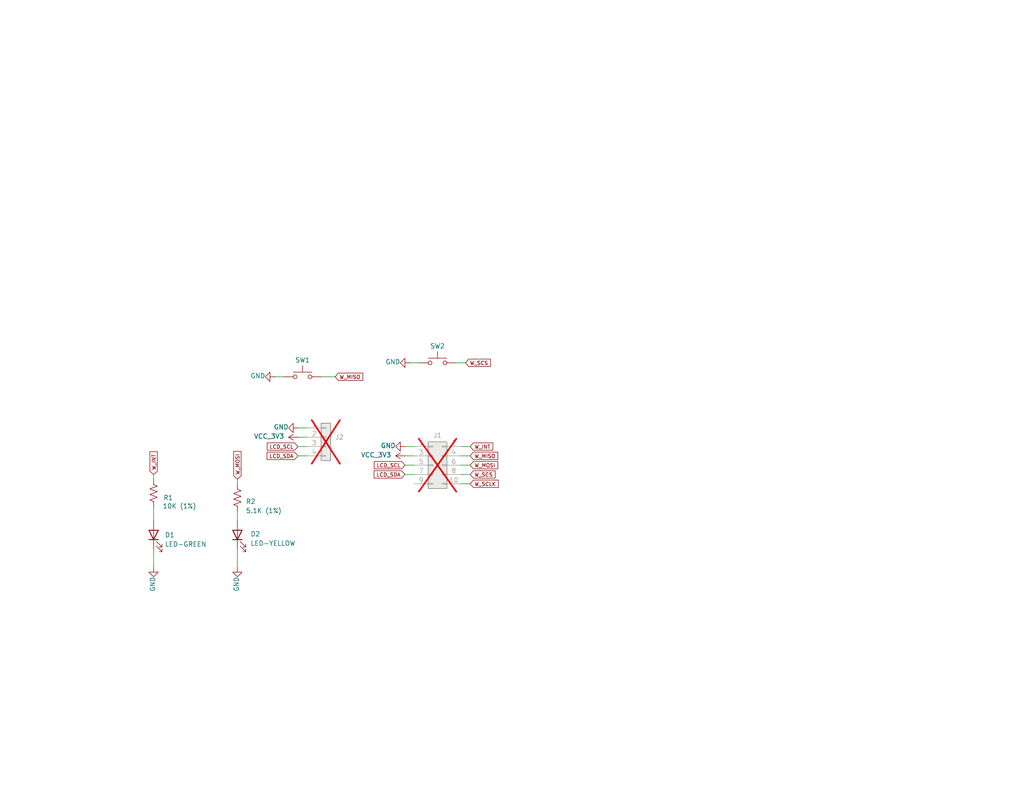
<source format=kicad_sch>
(kicad_sch (version 20231120) (generator "eeschema") (generator_version "8.0")
  (paper "USLetter")
  (lib_symbols
    (symbol "Connector_Generic:Conn_01x04" (pin_names (offset 1.016) hide)
      (property "Reference" "J" (at 0 5.08 0))
      (property "Value" "Conn_01x04" (at 0 -7.62 0))
      (symbol "Conn_01x04_1_1"
        (rectangle (start -1.27 -4.953) (end 0 -5.207) (stroke (width 0.1524)))
        (rectangle (start -1.27 -2.413) (end 0 -2.667) (stroke (width 0.1524)))
        (rectangle (start -1.27 0.127) (end 0 -0.127) (stroke (width 0.1524)))
        (rectangle (start -1.27 2.667) (end 0 2.413) (stroke (width 0.1524)))
        (rectangle (start -1.27 3.81) (end 1.27 -6.35) (stroke (width 0.254)) (fill (type background)))
        (pin passive line (at -5.08 2.54 0) (length 3.81) (name "Pin_1") (number "1"))
        (pin passive line (at -5.08 0 0) (length 3.81) (name "Pin_2") (number "2"))
        (pin passive line (at -5.08 -2.54 0) (length 3.81) (name "Pin_3") (number "3"))
        (pin passive line (at -5.08 -5.08 0) (length 3.81) (name "Pin_4") (number "4"))
      )
    )
    (symbol "Connector_Generic:Conn_02x05_Odd_Even" (pin_names (offset 1.016) hide)
      (property "Reference" "J" (at 1.27 7.62 0))
      (property "Value" "Conn_02x05_Odd_Even" (at 1.27 -7.62 0))
      (symbol "Conn_02x05_Odd_Even_1_1"
        (rectangle (start -1.27 -4.953) (end 0 -5.207) (stroke (width 0.1524)))
        (rectangle (start -1.27 -2.413) (end 0 -2.667) (stroke (width 0.1524)))
        (rectangle (start -1.27 0.127) (end 0 -0.127) (stroke (width 0.1524)))
        (rectangle (start -1.27 2.667) (end 0 2.413) (stroke (width 0.1524)))
        (rectangle (start -1.27 5.207) (end 0 4.953) (stroke (width 0.1524)))
        (rectangle (start -1.27 6.35) (end 3.81 -6.35) (stroke (width 0.254)) (fill (type background)))
        (rectangle (start 3.81 -4.953) (end 2.54 -5.207) (stroke (width 0.1524)))
        (rectangle (start 3.81 -2.413) (end 2.54 -2.667) (stroke (width 0.1524)))
        (rectangle (start 3.81 0.127) (end 2.54 -0.127) (stroke (width 0.1524)))
        (rectangle (start 3.81 2.667) (end 2.54 2.413) (stroke (width 0.1524)))
        (rectangle (start 3.81 5.207) (end 2.54 4.953) (stroke (width 0.1524)))
        (pin passive line (at -5.08 5.08 0) (length 3.81) (name "Pin_1") (number "1"))
        (pin passive line (at 7.62 -5.08 180) (length 3.81) (name "Pin_10") (number "10"))
        (pin passive line (at 7.62 5.08 180) (length 3.81) (name "Pin_2") (number "2"))
        (pin passive line (at -5.08 2.54 0) (length 3.81) (name "Pin_3") (number "3"))
        (pin passive line (at 7.62 2.54 180) (length 3.81) (name "Pin_4") (number "4"))
        (pin passive line (at -5.08 0 0) (length 3.81) (name "Pin_5") (number "5"))
        (pin passive line (at 7.62 0 180) (length 3.81) (name "Pin_6") (number "6"))
        (pin passive line (at -5.08 -2.54 0) (length 3.81) (name "Pin_7") (number "7"))
        (pin passive line (at 7.62 -2.54 180) (length 3.81) (name "Pin_8") (number "8"))
        (pin passive line (at -5.08 -5.08 0) (length 3.81) (name "Pin_9") (number "9"))
      )
    )
    (symbol "Device:LED" (pin_numbers hide) (pin_names (offset 1.016) hide)
      (property "Reference" "D" (at 0 2.54 0))
      (property "Value" "LED" (at 0 -2.54 0))
      (symbol "LED_0_1"
        (polyline (pts (xy -1.27 -1.27) (xy -1.27 1.27)) (stroke (width 0.254)))
        (polyline (pts (xy -1.27 0) (xy 1.27 0)))
        (polyline (pts (xy 1.27 -1.27) (xy 1.27 1.27) (xy -1.27 0) (xy 1.27 -1.27)) (stroke (width 0.254)))
        (polyline (pts (xy -3.048 -0.762) (xy -4.572 -2.286) (xy -3.81 -2.286) (xy -4.572 -2.286) (xy -4.572 -1.524)))
        (polyline (pts (xy -1.778 -0.762) (xy -3.302 -2.286) (xy -2.54 -2.286) (xy -3.302 -2.286) (xy -3.302 -1.524)))
      )
      (symbol "LED_1_1"
        (pin passive line (at -3.81 0 0) (length 2.54) (name "K") (number "1"))
        (pin passive line (at 3.81 0 180) (length 2.54) (name "A") (number "2"))
      )
    )
    (symbol "Device:R_US" (pin_numbers hide) (pin_names (offset 0))
      (property "Reference" "R" (at 2.54 0 90))
      (property "Value" "R_US" (at -2.54 0 90))
      (symbol "R_US_0_1"
        (polyline (pts (xy 0 -2.286) (xy 0 -2.54)))
        (polyline (pts (xy 0 2.286) (xy 0 2.54)))
        (polyline (pts (xy 0 -0.762) (xy 1.016 -1.143) (xy 0 -1.524) (xy -1.016 -1.905) (xy 0 -2.286)))
        (polyline (pts (xy 0 0.762) (xy 1.016 0.381) (xy 0 0) (xy -1.016 -0.381) (xy 0 -0.762)))
        (polyline (pts (xy 0 2.286) (xy 1.016 1.905) (xy 0 1.524) (xy -1.016 1.143) (xy 0 0.762)))
      )
      (symbol "R_US_1_1"
        (pin passive line (at 0 3.81 270) (length 1.27) (name "~") (number "1"))
        (pin passive line (at 0 -3.81 90) (length 1.27) (name "~") (number "2"))
      )
    )
    (symbol "Switch:SW_Push" (pin_numbers hide) (pin_names (offset 1.016) hide)
      (property "Reference" "SW" (at 1.27 2.54 0))
      (property "Value" "SW_Push" (at 0 -1.524 0))
      (symbol "SW_Push_0_1"
        (circle (center -2.032 0) (radius 0.508))
        (polyline (pts (xy 0 1.27) (xy 0 3.048)))
        (polyline (pts (xy 2.54 1.27) (xy -2.54 1.27)))
        (circle (center 2.032 0) (radius 0.508))
        (pin passive line (at -5.08 0 0) (length 2.54) (name "1") (number "1"))
        (pin passive line (at 5.08 0 180) (length 2.54) (name "2") (number "2"))
      )
    )
    (symbol "power:GND" (power) (pin_numbers hide) (pin_names (offset 0) hide)
      (property "Value" "GND" (at 0 -3.81 0))
      (symbol "GND_0_1"
        (polyline (pts (xy 0 0) (xy 0 -1.27) (xy 1.27 -1.27) (xy 0 -2.54) (xy -1.27 -1.27) (xy 0 -1.27)))
      )
      (symbol "GND_1_1"
        (pin power_in line (at 0 0 270) (length 0) (name "~") (number "1"))
      )
    )
    (symbol "power:VCC" (power) (pin_numbers hide) (pin_names (offset 0) hide)
      (property "Value" "VCC" (at 0 3.556 0))
      (symbol "VCC_0_1"
        (polyline (pts (xy -0.762 1.27) (xy 0 2.54)))
        (polyline (pts (xy 0 0) (xy 0 2.54)))
        (polyline (pts (xy 0 2.54) (xy 0.762 1.27)))
      )
      (symbol "VCC_1_1"
        (pin power_in line (at 0 0 90) (length 0) (name "~") (number "1"))
      )
    )
  )
  (wire (pts (xy 64.77 139.7) (xy 64.77 142.24)))
  (wire (pts (xy 81.28 116.84) (xy 83.82 116.84)))
  (wire (pts (xy 81.28 124.46) (xy 83.82 124.46)))
  (wire (pts (xy 125.73 121.92) (xy 128.27 121.92)))
  (wire (pts (xy 81.28 119.38) (xy 83.82 119.38)))
  (wire (pts (xy 41.91 149.86) (xy 41.91 154.94)))
  (wire (pts (xy 81.28 121.92) (xy 83.82 121.92)))
  (wire (pts (xy 64.77 130.81) (xy 64.77 132.08)))
  (wire (pts (xy 125.73 124.46) (xy 128.27 124.46)))
  (wire (pts (xy 41.91 129.54) (xy 41.91 130.81)))
  (wire (pts (xy 124.46 99.06) (xy 127 99.06)))
  (wire (pts (xy 74.93 102.87) (xy 77.47 102.87)))
  (wire (pts (xy 87.63 102.87) (xy 91.44 102.87)))
  (wire (pts (xy 110.49 127) (xy 113.03 127)))
  (wire (pts (xy 110.49 124.46) (xy 113.03 124.46)))
  (wire (pts (xy 125.73 129.54) (xy 128.27 129.54)))
  (wire (pts (xy 125.73 127) (xy 128.27 127)))
  (wire (pts (xy 64.77 149.86) (xy 64.77 154.94)))
  (wire (pts (xy 110.49 121.92) (xy 113.03 121.92)))
  (wire (pts (xy 110.49 129.54) (xy 113.03 129.54)))
  (wire (pts (xy 111.76 99.06) (xy 114.3 99.06)))
  (wire (pts (xy 41.91 138.43) (xy 41.91 142.24)))
  (wire (pts (xy 125.73 132.08) (xy 128.27 132.08)))
  (global_label "W_MOSI" (shape input) (at 128.27 127 0) (effects (font (size 1.016 1.016))) (property "Intersheetrefs" "${INTERSHEET_REFS}" (effects (hide yes))))
  (global_label "LCD_SDA" (shape input) (at 110.49 129.54 180) (effects (font (size 1.016 1.016))) (property "Intersheetrefs" "${INTERSHEET_REFS}" (effects (hide yes))))
  (global_label "W_SCLK" (shape input) (at 128.27 132.08 0) (effects (font (size 1.016 1.016))) (property "Intersheetrefs" "${INTERSHEET_REFS}" (effects (hide yes))))
  (global_label "W_INT" (shape input) (at 128.27 121.92 0) (effects (font (size 1.016 1.016))) (property "Intersheetrefs" "${INTERSHEET_REFS}" (effects (hide yes))))
  (global_label "W_MISO" (shape input) (at 91.44 102.87 0) (effects (font (size 1.016 1.016))) (property "Intersheetrefs" "${INTERSHEET_REFS}" (effects (hide yes))))
  (global_label "LCD_SCL" (shape input) (at 81.28 121.92 180) (effects (font (size 1.016 1.016))) (property "Intersheetrefs" "${INTERSHEET_REFS}" (effects (hide yes))))
  (global_label "W_MISO" (shape input) (at 128.27 124.46 0) (effects (font (size 1.016 1.016))) (property "Intersheetrefs" "${INTERSHEET_REFS}" (effects (hide yes))))
  (global_label "W_INT" (shape input) (at 41.91 129.54 90) (effects (font (size 1.016 1.016))) (property "Intersheetrefs" "${INTERSHEET_REFS}" (effects (hide yes))))
  (global_label "W_SCS" (shape input) (at 127 99.06 0) (effects (font (size 1.016 1.016))) (property "Intersheetrefs" "${INTERSHEET_REFS}" (effects (hide yes))))
  (global_label "LCD_SCL" (shape input) (at 110.49 127 180) (effects (font (size 1.016 1.016))) (property "Intersheetrefs" "${INTERSHEET_REFS}" (effects (hide yes))))
  (global_label "W_MOSI" (shape input) (at 64.77 130.81 90) (effects (font (size 1.016 1.016))) (property "Intersheetrefs" "${INTERSHEET_REFS}" (effects (hide yes))))
  (global_label "LCD_SDA" (shape input) (at 81.28 124.46 180) (effects (font (size 1.016 1.016))) (property "Intersheetrefs" "${INTERSHEET_REFS}" (effects (hide yes))))
  (global_label "W_SCS" (shape input) (at 128.27 129.54 0) (effects (font (size 1.016 1.016))) (property "Intersheetrefs" "${INTERSHEET_REFS}" (effects (hide yes))))
  (symbol (lib_id "power:GND") (at 110.49 121.92 270) (unit 1)
    (property "Reference" "#PWR01" (effects (hide yes)))
    (property "Value" "GND" (at 105.918 121.666 90))
    (property "Description" "Power symbol creates a global label with name \"GND\" , ground" (effects (hide yes)))
  )
  (symbol (lib_id "Switch:SW_Push") (at 82.55 102.87 0) (unit 1)
    (property "Reference" "SW1" (at 82.55 98.298 0))
    (property "Value" "SW_Push" (effects (hide yes)))
    (property "Footprint" "Button_Switch_SMD:SW_Push_1P1T_XKB_TS-1187A" (effects (hide yes)))
    (property "Description" "Push button switch, generic, two pins" (effects (hide yes)))
    (property "LCSC Part #" "C318884" (effects (hide yes)))
  )
  (symbol (lib_id "power:GND") (at 74.93 102.87 270) (unit 1)
    (property "Reference" "#PWR06" (effects (hide yes)))
    (property "Value" "GND" (at 70.358 102.616 90))
    (property "Description" "Power symbol creates a global label with name \"GND\" , ground" (effects (hide yes)))
  )
  (symbol (lib_id "Connector_Generic:Conn_01x04") (at 88.9 119.38 0) (unit 1) (dnp yes)
    (property "Reference" "J2" (at 91.44 119.3799 0) (effects (justify left)))
    (property "Value" "Conn_01x04" (effects (hide yes)))
    (property "Footprint" "Connector_PinHeader_2.54mm:PinHeader_1x04_P2.54mm_Vertical" (effects (hide yes)))
    (property "Description" "Generic connector, single row, 01x04, script generated (kicad-library-utils/schlib/autogen/connector/)" (effects (hide yes)))
  )
  (symbol (lib_id "power:GND") (at 64.77 154.94 0) (unit 1)
    (property "Reference" "#PWR04" (effects (hide yes)))
    (property "Value" "GND" (at 64.516 159.512 90))
    (property "Description" "Power symbol creates a global label with name \"GND\" , ground" (effects (hide yes)))
  )
  (symbol (lib_id "Device:LED") (at 64.77 146.05 90) (unit 1)
    (property "Reference" "D2" (at 68.326 145.796 90) (effects (justify right)))
    (property "Value" "LED-YELLOW" (at 68.326 148.336 90) (effects (justify right)))
    (property "Footprint" "LED_SMD:LED_0805_2012Metric_Pad1.15x1.40mm_HandSolder" (effects (hide yes)))
    (property "Description" "Light emitting diode" (effects (hide yes)))
    (property "LCSC Part #" "C2296" (effects (hide yes)))
  )
  (symbol (lib_id "Device:R_US") (at 64.77 135.89 180) (unit 1)
    (property "Reference" "R2" (at 67.056 136.906 0) (effects (justify right)))
    (property "Value" "5.1K (1%)" (at 67.056 139.446 0) (effects (justify right)))
    (property "Footprint" "Resistor_SMD:R_0805_2012Metric_Pad1.20x1.40mm_HandSolder" (effects (hide yes)))
    (property "Description" "Resistor, US symbol" (effects (hide yes)))
    (property "LCSC Part #" "C27834" (effects (hide yes)))
  )
  (symbol (lib_id "Switch:SW_Push") (at 119.38 99.06 0) (unit 1)
    (property "Reference" "SW2" (at 119.38 94.488 0))
    (property "Value" "SW_Push" (effects (hide yes)))
    (property "Footprint" "Button_Switch_SMD:SW_Push_1P1T_XKB_TS-1187A" (effects (hide yes)))
    (property "Description" "Push button switch, generic, two pins" (effects (hide yes)))
    (property "LCSC Part #" "C318884" (effects (hide yes)))
  )
  (symbol (lib_id "Device:LED") (at 41.91 146.05 90) (unit 1)
    (property "Reference" "D1" (at 44.958 146.05 90) (effects (justify right)))
    (property "Value" "LED-GREEN" (at 44.958 148.59 90) (effects (justify right)))
    (property "Footprint" "LED_SMD:LED_0805_2012Metric_Pad1.15x1.40mm_HandSolder" (effects (hide yes)))
    (property "Description" "Light emitting diode" (effects (hide yes)))
    (property "LCSC Part #" "C2297" (effects (hide yes)))
  )
  (symbol (lib_id "Connector_Generic:Conn_02x05_Odd_Even") (at 118.11 127 0) (unit 1) (dnp yes)
    (property "Reference" "J1" (at 119.38 118.872 0))
    (property "Value" "Conn_02x05_Odd_Even" (effects (hide yes)))
    (property "Footprint" "Connector_IDC:IDC-Header_2x05_P2.54mm_Vertical" (effects (hide yes)))
    (property "Description" "Generic connector, double row, 02x05, odd/even pin numbering scheme (row 1 odd numbers, row 2 even numbers), script generated (kicad-library-utils/schlib/autogen/connector/)" (effects (hide yes)))
  )
  (symbol (lib_id "power:VCC") (at 110.49 124.46 90) (unit 1)
    (property "Reference" "#PWR02" (effects (hide yes)))
    (property "Value" "VCC_3V3" (at 102.616 124.206 90))
    (property "Description" "Power symbol creates a global label with name \"VCC\"" (effects (hide yes)))
  )
  (symbol (lib_id "power:GND") (at 41.91 154.94 0) (unit 1)
    (property "Reference" "#PWR03" (effects (hide yes)))
    (property "Value" "GND" (at 41.656 159.512 90))
    (property "Description" "Power symbol creates a global label with name \"GND\" , ground" (effects (hide yes)))
  )
  (symbol (lib_id "power:VCC") (at 81.28 119.38 90) (unit 1)
    (property "Reference" "#PWR08" (effects (hide yes)))
    (property "Value" "VCC_3V3" (at 73.406 119.126 90))
    (property "Description" "Power symbol creates a global label with name \"VCC\"" (effects (hide yes)))
  )
  (symbol (lib_id "power:GND") (at 81.28 116.84 270) (unit 1)
    (property "Reference" "#PWR07" (effects (hide yes)))
    (property "Value" "GND" (at 76.708 116.586 90))
    (property "Description" "Power symbol creates a global label with name \"GND\" , ground" (effects (hide yes)))
  )
  (symbol (lib_id "Device:R_US") (at 41.91 134.62 0) (unit 1)
    (property "Reference" "R1" (at 47.244 135.89 0) (effects (justify right)))
    (property "Value" "10K (1%)" (at 53.594 138.176 0) (effects (justify right)))
    (property "Footprint" "Resistor_SMD:R_0805_2012Metric_Pad1.20x1.40mm_HandSolder" (effects (hide yes)))
    (property "Description" "Resistor, US symbol" (effects (hide yes)))
    (property "LCSC Part #" "C17414" (effects (hide yes)))
  )
  (symbol (lib_id "power:GND") (at 111.76 99.06 270) (unit 1)
    (property "Reference" "#PWR05" (effects (hide yes)))
    (property "Value" "GND" (at 107.188 98.806 90))
    (property "Description" "Power symbol creates a global label with name \"GND\" , ground" (effects (hide yes)))
  )
)
</source>
